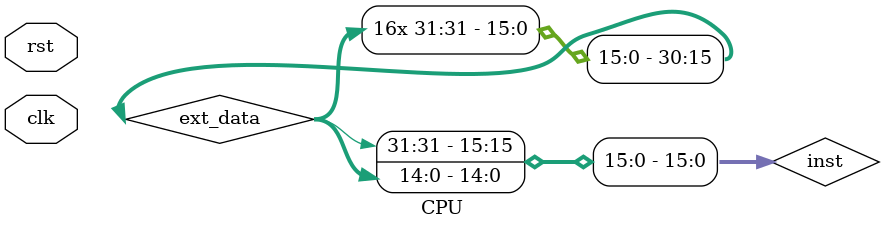
<source format=v>
`timescale 1ns / 1ps
module CPU(
input clk,rst
);
//ifu
wire[31:0] inst;
//ContolÄ£¿éÊä³öµÄ¿ØÖÆÐÅºÅ
wire ct_rf_dst,ct_rf_wen,ct_alu_src,ct_data_rf,ct_branch,ct_jump,ct_mem_wen,ct_mem_ren;
wire[3:0] ct_alu;
//RegFileÄ£¿éµÄÊäÈëÊä³ö
wire[4:0] rf_addr_w;
wire[31:0] rf_data_r1,rf_data_r2,rf_data_w;
//ALUÄ£¿éµÄÊäÈëÊä³ö
wire alu_zero;
wire[31:0] alu_src2;
wire[31:0] alu_res;
//·ûºÅÀ©Õ¹µÄ½á¹û
wire[31:0] ext_data;
//DataMemµÄÊä³ö
wire[31:0] mem_data_o;
//Ñ¡ÔñÒªÐ´µÄ¼Ä´æÆ÷µØÖ·
assign rf_addr_w = ct_rf_dst?inst[15:11]:inst[20:16];
//Ñ¡ÔñÒªÐ´Èë¼Ä´æÆ÷¶ÑµÄÊý¾Ý
assign rf_data_w = ct_data_rf?mem_data_o:alu_res;
//alu_src2ÊÇÖ¸Áîºó16Î»·ûºÅÀ©Õ¹µÄ½á¹û»òÕß¼Ä´æÆ÷¶Ñ¶ÁµÄµÚ¶þ¼Ä´æÆ÷µÄÖµ
assign ext_data = {{16{inst[15]}},inst[15:0]};
assign alu_src2 = ct_alu_src?ext_data:rf_data_r2;
IFU ifu0(clk,rst,alu_zero,ct_branch,ct_jump,inst);
Control ct0(rst,inst[31:26],inst[5:0],ct_rf_dst,ct_rf_wen,ct_alu_src,ct_alu,ct_mem_wen,ct_mem_ren,ct_data_rf,ct_branch,ct_jump);
RegFile rf0(clk,ct_rf_wen,inst[25:21],inst[20:16],rf_addr_w,rf_data_w,rf_data_r1,rf_data_r2);
ALU alu0(rst,ct_alu,rf_data_r1,alu_src2,alu_zero,alu_res);
DataMem datamem0(clk,ct_mem_wen,ct_mem_ren,alu_res,rf_data_r2,mem_data_o);
endmodule
</source>
